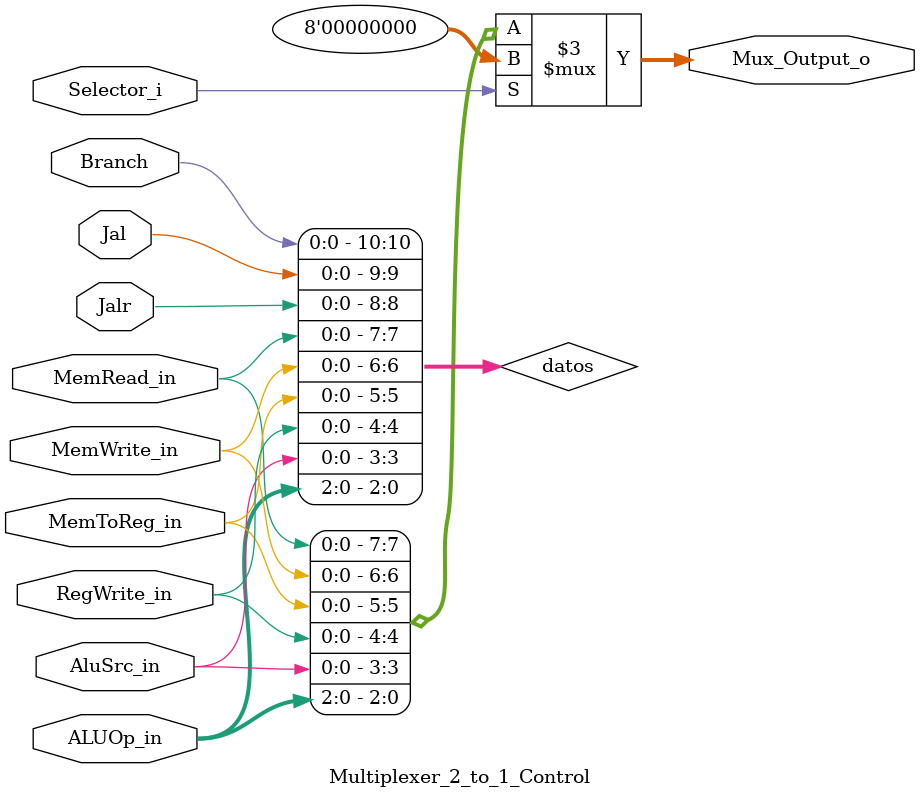
<source format=v>


module Multiplexer_2_to_1_Control
#(
	parameter NBits = 8
)
(   
	input Selector_i,
	input MemRead_in,
	input MemWrite_in,
	input MemToReg_in,
   input RegWrite_in,
	input AluSrc_in,
	input Jalr,
	input Branch,
	input Jal,
	input [2:0]  ALUOp_in,
	
	output reg [NBits-1:0] Mux_Output_o

);
wire [10:0] datos;

assign datos = {Branch,Jal,Jalr,MemRead_in,MemWrite_in,MemToReg_in,RegWrite_in,AluSrc_in,ALUOp_in};

	always@(Selector_i ,datos) begin
		if(Selector_i)
			Mux_Output_o = 0;
		else
			Mux_Output_o = datos;
	end

endmodule
</source>
